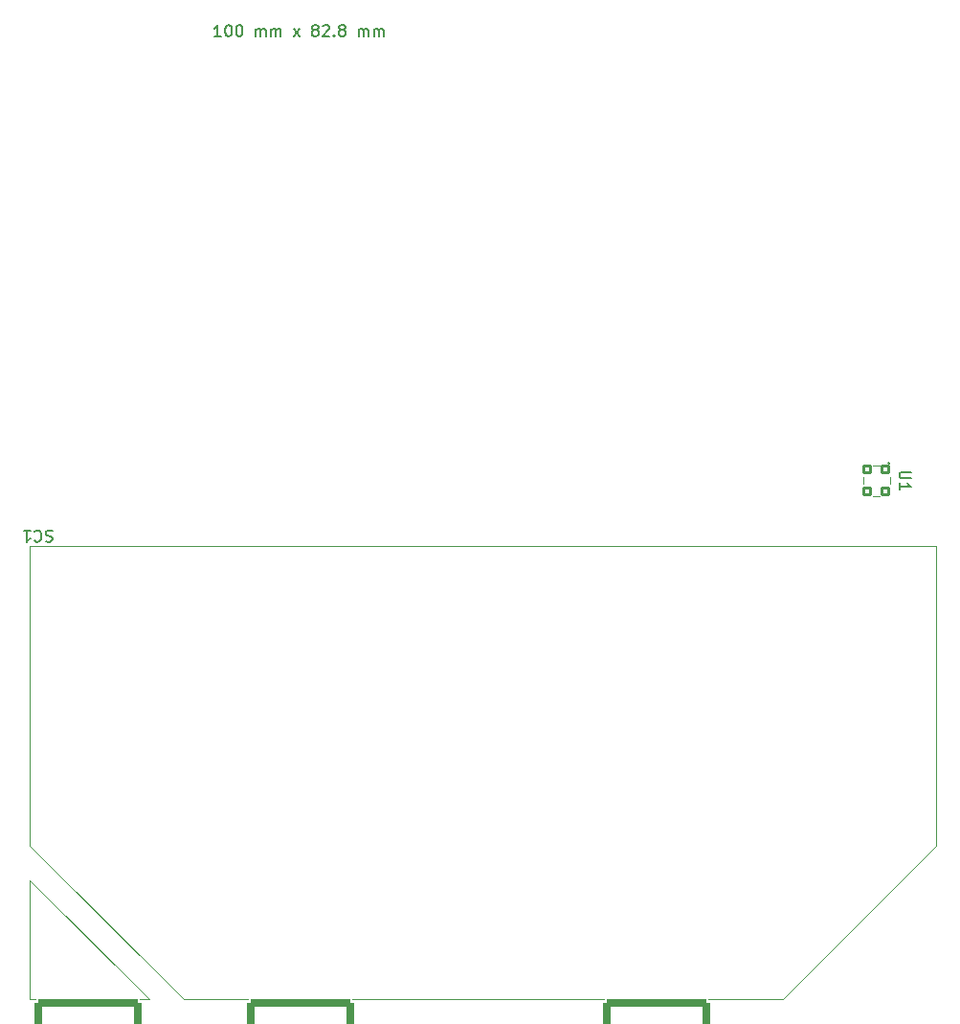
<source format=gto>
G04 #@! TF.GenerationSoftware,KiCad,Pcbnew,8.0.2*
G04 #@! TF.CreationDate,2024-08-20T08:20:47+02:00*
G04 #@! TF.ProjectId,STS1_SIDEPANEL,53545331-5f53-4494-9445-50414e454c2e,rev?*
G04 #@! TF.SameCoordinates,Original*
G04 #@! TF.FileFunction,Legend,Top*
G04 #@! TF.FilePolarity,Positive*
%FSLAX46Y46*%
G04 Gerber Fmt 4.6, Leading zero omitted, Abs format (unit mm)*
G04 Created by KiCad (PCBNEW 8.0.2) date 2024-08-20 08:20:47*
%MOMM*%
%LPD*%
G01*
G04 APERTURE LIST*
G04 Aperture macros list*
%AMRoundRect*
0 Rectangle with rounded corners*
0 $1 Rounding radius*
0 $2 $3 $4 $5 $6 $7 $8 $9 X,Y pos of 4 corners*
0 Add a 4 corners polygon primitive as box body*
4,1,4,$2,$3,$4,$5,$6,$7,$8,$9,$2,$3,0*
0 Add four circle primitives for the rounded corners*
1,1,$1+$1,$2,$3*
1,1,$1+$1,$4,$5*
1,1,$1+$1,$6,$7*
1,1,$1+$1,$8,$9*
0 Add four rect primitives between the rounded corners*
20,1,$1+$1,$2,$3,$4,$5,0*
20,1,$1+$1,$4,$5,$6,$7,0*
20,1,$1+$1,$6,$7,$8,$9,0*
20,1,$1+$1,$8,$9,$2,$3,0*%
%AMFreePoly0*
4,1,17,27.998779,14.255902,28.009846,14.246565,39.669846,2.866565,39.698571,2.811843,39.696113,2.795000,39.700000,2.795000,39.700000,-2.795000,-39.700000,-2.795000,-39.700000,2.795000,-39.695106,2.795000,-39.695106,2.825902,-39.669846,2.866565,-28.009846,14.246565,-27.954442,14.273952,-27.940000,14.275000,27.940000,14.275000,27.998779,14.255902,27.998779,14.255902,$1*%
G04 Aperture macros list end*
%ADD10C,0.150000*%
%ADD11C,0.120000*%
%ADD12C,6.000000*%
%ADD13FreePoly0,180.000000*%
%ADD14R,79.400000X20.475000*%
%ADD15RoundRect,0.350000X4.400000X3.150000X-4.400000X3.150000X-4.400000X-3.150000X4.400000X-3.150000X0*%
%ADD16O,1.350000X1.350000*%
%ADD17RoundRect,0.100000X0.300000X-0.300000X0.300000X0.300000X-0.300000X0.300000X-0.300000X-0.300000X0*%
G04 APERTURE END LIST*
D10*
X101764628Y-37630819D02*
X101193200Y-37630819D01*
X101478914Y-37630819D02*
X101478914Y-36630819D01*
X101478914Y-36630819D02*
X101383676Y-36773676D01*
X101383676Y-36773676D02*
X101288438Y-36868914D01*
X101288438Y-36868914D02*
X101193200Y-36916533D01*
X102383676Y-36630819D02*
X102478914Y-36630819D01*
X102478914Y-36630819D02*
X102574152Y-36678438D01*
X102574152Y-36678438D02*
X102621771Y-36726057D01*
X102621771Y-36726057D02*
X102669390Y-36821295D01*
X102669390Y-36821295D02*
X102717009Y-37011771D01*
X102717009Y-37011771D02*
X102717009Y-37249866D01*
X102717009Y-37249866D02*
X102669390Y-37440342D01*
X102669390Y-37440342D02*
X102621771Y-37535580D01*
X102621771Y-37535580D02*
X102574152Y-37583200D01*
X102574152Y-37583200D02*
X102478914Y-37630819D01*
X102478914Y-37630819D02*
X102383676Y-37630819D01*
X102383676Y-37630819D02*
X102288438Y-37583200D01*
X102288438Y-37583200D02*
X102240819Y-37535580D01*
X102240819Y-37535580D02*
X102193200Y-37440342D01*
X102193200Y-37440342D02*
X102145581Y-37249866D01*
X102145581Y-37249866D02*
X102145581Y-37011771D01*
X102145581Y-37011771D02*
X102193200Y-36821295D01*
X102193200Y-36821295D02*
X102240819Y-36726057D01*
X102240819Y-36726057D02*
X102288438Y-36678438D01*
X102288438Y-36678438D02*
X102383676Y-36630819D01*
X103336057Y-36630819D02*
X103431295Y-36630819D01*
X103431295Y-36630819D02*
X103526533Y-36678438D01*
X103526533Y-36678438D02*
X103574152Y-36726057D01*
X103574152Y-36726057D02*
X103621771Y-36821295D01*
X103621771Y-36821295D02*
X103669390Y-37011771D01*
X103669390Y-37011771D02*
X103669390Y-37249866D01*
X103669390Y-37249866D02*
X103621771Y-37440342D01*
X103621771Y-37440342D02*
X103574152Y-37535580D01*
X103574152Y-37535580D02*
X103526533Y-37583200D01*
X103526533Y-37583200D02*
X103431295Y-37630819D01*
X103431295Y-37630819D02*
X103336057Y-37630819D01*
X103336057Y-37630819D02*
X103240819Y-37583200D01*
X103240819Y-37583200D02*
X103193200Y-37535580D01*
X103193200Y-37535580D02*
X103145581Y-37440342D01*
X103145581Y-37440342D02*
X103097962Y-37249866D01*
X103097962Y-37249866D02*
X103097962Y-37011771D01*
X103097962Y-37011771D02*
X103145581Y-36821295D01*
X103145581Y-36821295D02*
X103193200Y-36726057D01*
X103193200Y-36726057D02*
X103240819Y-36678438D01*
X103240819Y-36678438D02*
X103336057Y-36630819D01*
X104859867Y-37630819D02*
X104859867Y-36964152D01*
X104859867Y-37059390D02*
X104907486Y-37011771D01*
X104907486Y-37011771D02*
X105002724Y-36964152D01*
X105002724Y-36964152D02*
X105145581Y-36964152D01*
X105145581Y-36964152D02*
X105240819Y-37011771D01*
X105240819Y-37011771D02*
X105288438Y-37107009D01*
X105288438Y-37107009D02*
X105288438Y-37630819D01*
X105288438Y-37107009D02*
X105336057Y-37011771D01*
X105336057Y-37011771D02*
X105431295Y-36964152D01*
X105431295Y-36964152D02*
X105574152Y-36964152D01*
X105574152Y-36964152D02*
X105669391Y-37011771D01*
X105669391Y-37011771D02*
X105717010Y-37107009D01*
X105717010Y-37107009D02*
X105717010Y-37630819D01*
X106193200Y-37630819D02*
X106193200Y-36964152D01*
X106193200Y-37059390D02*
X106240819Y-37011771D01*
X106240819Y-37011771D02*
X106336057Y-36964152D01*
X106336057Y-36964152D02*
X106478914Y-36964152D01*
X106478914Y-36964152D02*
X106574152Y-37011771D01*
X106574152Y-37011771D02*
X106621771Y-37107009D01*
X106621771Y-37107009D02*
X106621771Y-37630819D01*
X106621771Y-37107009D02*
X106669390Y-37011771D01*
X106669390Y-37011771D02*
X106764628Y-36964152D01*
X106764628Y-36964152D02*
X106907485Y-36964152D01*
X106907485Y-36964152D02*
X107002724Y-37011771D01*
X107002724Y-37011771D02*
X107050343Y-37107009D01*
X107050343Y-37107009D02*
X107050343Y-37630819D01*
X108193200Y-37630819D02*
X108717009Y-36964152D01*
X108193200Y-36964152D02*
X108717009Y-37630819D01*
X110002724Y-37059390D02*
X109907486Y-37011771D01*
X109907486Y-37011771D02*
X109859867Y-36964152D01*
X109859867Y-36964152D02*
X109812248Y-36868914D01*
X109812248Y-36868914D02*
X109812248Y-36821295D01*
X109812248Y-36821295D02*
X109859867Y-36726057D01*
X109859867Y-36726057D02*
X109907486Y-36678438D01*
X109907486Y-36678438D02*
X110002724Y-36630819D01*
X110002724Y-36630819D02*
X110193200Y-36630819D01*
X110193200Y-36630819D02*
X110288438Y-36678438D01*
X110288438Y-36678438D02*
X110336057Y-36726057D01*
X110336057Y-36726057D02*
X110383676Y-36821295D01*
X110383676Y-36821295D02*
X110383676Y-36868914D01*
X110383676Y-36868914D02*
X110336057Y-36964152D01*
X110336057Y-36964152D02*
X110288438Y-37011771D01*
X110288438Y-37011771D02*
X110193200Y-37059390D01*
X110193200Y-37059390D02*
X110002724Y-37059390D01*
X110002724Y-37059390D02*
X109907486Y-37107009D01*
X109907486Y-37107009D02*
X109859867Y-37154628D01*
X109859867Y-37154628D02*
X109812248Y-37249866D01*
X109812248Y-37249866D02*
X109812248Y-37440342D01*
X109812248Y-37440342D02*
X109859867Y-37535580D01*
X109859867Y-37535580D02*
X109907486Y-37583200D01*
X109907486Y-37583200D02*
X110002724Y-37630819D01*
X110002724Y-37630819D02*
X110193200Y-37630819D01*
X110193200Y-37630819D02*
X110288438Y-37583200D01*
X110288438Y-37583200D02*
X110336057Y-37535580D01*
X110336057Y-37535580D02*
X110383676Y-37440342D01*
X110383676Y-37440342D02*
X110383676Y-37249866D01*
X110383676Y-37249866D02*
X110336057Y-37154628D01*
X110336057Y-37154628D02*
X110288438Y-37107009D01*
X110288438Y-37107009D02*
X110193200Y-37059390D01*
X110764629Y-36726057D02*
X110812248Y-36678438D01*
X110812248Y-36678438D02*
X110907486Y-36630819D01*
X110907486Y-36630819D02*
X111145581Y-36630819D01*
X111145581Y-36630819D02*
X111240819Y-36678438D01*
X111240819Y-36678438D02*
X111288438Y-36726057D01*
X111288438Y-36726057D02*
X111336057Y-36821295D01*
X111336057Y-36821295D02*
X111336057Y-36916533D01*
X111336057Y-36916533D02*
X111288438Y-37059390D01*
X111288438Y-37059390D02*
X110717010Y-37630819D01*
X110717010Y-37630819D02*
X111336057Y-37630819D01*
X111764629Y-37535580D02*
X111812248Y-37583200D01*
X111812248Y-37583200D02*
X111764629Y-37630819D01*
X111764629Y-37630819D02*
X111717010Y-37583200D01*
X111717010Y-37583200D02*
X111764629Y-37535580D01*
X111764629Y-37535580D02*
X111764629Y-37630819D01*
X112383676Y-37059390D02*
X112288438Y-37011771D01*
X112288438Y-37011771D02*
X112240819Y-36964152D01*
X112240819Y-36964152D02*
X112193200Y-36868914D01*
X112193200Y-36868914D02*
X112193200Y-36821295D01*
X112193200Y-36821295D02*
X112240819Y-36726057D01*
X112240819Y-36726057D02*
X112288438Y-36678438D01*
X112288438Y-36678438D02*
X112383676Y-36630819D01*
X112383676Y-36630819D02*
X112574152Y-36630819D01*
X112574152Y-36630819D02*
X112669390Y-36678438D01*
X112669390Y-36678438D02*
X112717009Y-36726057D01*
X112717009Y-36726057D02*
X112764628Y-36821295D01*
X112764628Y-36821295D02*
X112764628Y-36868914D01*
X112764628Y-36868914D02*
X112717009Y-36964152D01*
X112717009Y-36964152D02*
X112669390Y-37011771D01*
X112669390Y-37011771D02*
X112574152Y-37059390D01*
X112574152Y-37059390D02*
X112383676Y-37059390D01*
X112383676Y-37059390D02*
X112288438Y-37107009D01*
X112288438Y-37107009D02*
X112240819Y-37154628D01*
X112240819Y-37154628D02*
X112193200Y-37249866D01*
X112193200Y-37249866D02*
X112193200Y-37440342D01*
X112193200Y-37440342D02*
X112240819Y-37535580D01*
X112240819Y-37535580D02*
X112288438Y-37583200D01*
X112288438Y-37583200D02*
X112383676Y-37630819D01*
X112383676Y-37630819D02*
X112574152Y-37630819D01*
X112574152Y-37630819D02*
X112669390Y-37583200D01*
X112669390Y-37583200D02*
X112717009Y-37535580D01*
X112717009Y-37535580D02*
X112764628Y-37440342D01*
X112764628Y-37440342D02*
X112764628Y-37249866D01*
X112764628Y-37249866D02*
X112717009Y-37154628D01*
X112717009Y-37154628D02*
X112669390Y-37107009D01*
X112669390Y-37107009D02*
X112574152Y-37059390D01*
X113955105Y-37630819D02*
X113955105Y-36964152D01*
X113955105Y-37059390D02*
X114002724Y-37011771D01*
X114002724Y-37011771D02*
X114097962Y-36964152D01*
X114097962Y-36964152D02*
X114240819Y-36964152D01*
X114240819Y-36964152D02*
X114336057Y-37011771D01*
X114336057Y-37011771D02*
X114383676Y-37107009D01*
X114383676Y-37107009D02*
X114383676Y-37630819D01*
X114383676Y-37107009D02*
X114431295Y-37011771D01*
X114431295Y-37011771D02*
X114526533Y-36964152D01*
X114526533Y-36964152D02*
X114669390Y-36964152D01*
X114669390Y-36964152D02*
X114764629Y-37011771D01*
X114764629Y-37011771D02*
X114812248Y-37107009D01*
X114812248Y-37107009D02*
X114812248Y-37630819D01*
X115288438Y-37630819D02*
X115288438Y-36964152D01*
X115288438Y-37059390D02*
X115336057Y-37011771D01*
X115336057Y-37011771D02*
X115431295Y-36964152D01*
X115431295Y-36964152D02*
X115574152Y-36964152D01*
X115574152Y-36964152D02*
X115669390Y-37011771D01*
X115669390Y-37011771D02*
X115717009Y-37107009D01*
X115717009Y-37107009D02*
X115717009Y-37630819D01*
X115717009Y-37107009D02*
X115764628Y-37011771D01*
X115764628Y-37011771D02*
X115859866Y-36964152D01*
X115859866Y-36964152D02*
X116002723Y-36964152D01*
X116002723Y-36964152D02*
X116097962Y-37011771D01*
X116097962Y-37011771D02*
X116145581Y-37107009D01*
X116145581Y-37107009D02*
X116145581Y-37630819D01*
X86841104Y-81347600D02*
X86698247Y-81299980D01*
X86698247Y-81299980D02*
X86460152Y-81299980D01*
X86460152Y-81299980D02*
X86364914Y-81347600D01*
X86364914Y-81347600D02*
X86317295Y-81395219D01*
X86317295Y-81395219D02*
X86269676Y-81490457D01*
X86269676Y-81490457D02*
X86269676Y-81585695D01*
X86269676Y-81585695D02*
X86317295Y-81680933D01*
X86317295Y-81680933D02*
X86364914Y-81728552D01*
X86364914Y-81728552D02*
X86460152Y-81776171D01*
X86460152Y-81776171D02*
X86650628Y-81823790D01*
X86650628Y-81823790D02*
X86745866Y-81871409D01*
X86745866Y-81871409D02*
X86793485Y-81919028D01*
X86793485Y-81919028D02*
X86841104Y-82014266D01*
X86841104Y-82014266D02*
X86841104Y-82109504D01*
X86841104Y-82109504D02*
X86793485Y-82204742D01*
X86793485Y-82204742D02*
X86745866Y-82252361D01*
X86745866Y-82252361D02*
X86650628Y-82299980D01*
X86650628Y-82299980D02*
X86412533Y-82299980D01*
X86412533Y-82299980D02*
X86269676Y-82252361D01*
X85269676Y-81395219D02*
X85317295Y-81347600D01*
X85317295Y-81347600D02*
X85460152Y-81299980D01*
X85460152Y-81299980D02*
X85555390Y-81299980D01*
X85555390Y-81299980D02*
X85698247Y-81347600D01*
X85698247Y-81347600D02*
X85793485Y-81442838D01*
X85793485Y-81442838D02*
X85841104Y-81538076D01*
X85841104Y-81538076D02*
X85888723Y-81728552D01*
X85888723Y-81728552D02*
X85888723Y-81871409D01*
X85888723Y-81871409D02*
X85841104Y-82061885D01*
X85841104Y-82061885D02*
X85793485Y-82157123D01*
X85793485Y-82157123D02*
X85698247Y-82252361D01*
X85698247Y-82252361D02*
X85555390Y-82299980D01*
X85555390Y-82299980D02*
X85460152Y-82299980D01*
X85460152Y-82299980D02*
X85317295Y-82252361D01*
X85317295Y-82252361D02*
X85269676Y-82204742D01*
X84317295Y-81299980D02*
X84888723Y-81299980D01*
X84603009Y-81299980D02*
X84603009Y-82299980D01*
X84603009Y-82299980D02*
X84698247Y-82157123D01*
X84698247Y-82157123D02*
X84793485Y-82061885D01*
X84793485Y-82061885D02*
X84888723Y-82014266D01*
X162795180Y-76128095D02*
X161985657Y-76128095D01*
X161985657Y-76128095D02*
X161890419Y-76175714D01*
X161890419Y-76175714D02*
X161842800Y-76223333D01*
X161842800Y-76223333D02*
X161795180Y-76318571D01*
X161795180Y-76318571D02*
X161795180Y-76509047D01*
X161795180Y-76509047D02*
X161842800Y-76604285D01*
X161842800Y-76604285D02*
X161890419Y-76651904D01*
X161890419Y-76651904D02*
X161985657Y-76699523D01*
X161985657Y-76699523D02*
X162795180Y-76699523D01*
X161795180Y-77699523D02*
X161795180Y-77128095D01*
X161795180Y-77413809D02*
X162795180Y-77413809D01*
X162795180Y-77413809D02*
X162652323Y-77318571D01*
X162652323Y-77318571D02*
X162557085Y-77223333D01*
X162557085Y-77223333D02*
X162509466Y-77128095D01*
D11*
X84849200Y-82709800D02*
X165049200Y-82709800D01*
X84849200Y-109209800D02*
X84849200Y-82709800D01*
X84849200Y-112209800D02*
X84849200Y-122709800D01*
X84849200Y-122709800D02*
X95449200Y-122709800D01*
X95449200Y-122709800D02*
X84849200Y-112209800D01*
X98449200Y-122709800D02*
X84849200Y-109209800D01*
X151449200Y-122709800D02*
X98449200Y-122709800D01*
X165049200Y-82709800D02*
X165049200Y-109209800D01*
X165049200Y-109209800D02*
X151449200Y-122709800D01*
X158550000Y-76590000D02*
X158550000Y-77190000D01*
X159450000Y-75540000D02*
X160050000Y-75540000D01*
X159450000Y-78240000D02*
X160050000Y-78240000D01*
X160950000Y-76590000D02*
X160950000Y-77190000D01*
X160950000Y-75390000D02*
G75*
G02*
X160750000Y-75390000I-100000J0D01*
G01*
X160750000Y-75390000D02*
G75*
G02*
X160950000Y-75390000I100000J0D01*
G01*
%LPC*%
D12*
X148949200Y-100709800D03*
D13*
X124949200Y-106314800D03*
D12*
X124949200Y-100709800D03*
D14*
X124949200Y-93282300D03*
D12*
X98949200Y-100709800D03*
D15*
X140279200Y-126209800D03*
X108819200Y-126209800D03*
X90024200Y-126204800D03*
D16*
X120500000Y-71175000D03*
X120500000Y-69175000D03*
X120500000Y-67175000D03*
X120500000Y-65175000D03*
X120500000Y-63175000D03*
X120500000Y-61175000D03*
X120500000Y-59175000D03*
X120500000Y-57175000D03*
X120500000Y-55175000D03*
X120500000Y-53175000D03*
X120500000Y-51175000D03*
X120500000Y-49175000D03*
D17*
X160550000Y-75940000D03*
X158950000Y-75940000D03*
X158950000Y-77840000D03*
X160550000Y-77840000D03*
D16*
X138309600Y-71186600D03*
X138309600Y-69186600D03*
X138309600Y-67186600D03*
X138309600Y-65186600D03*
X138309600Y-63186600D03*
X138309600Y-61186600D03*
X138309600Y-59186600D03*
X138309600Y-57186600D03*
X138309600Y-55186600D03*
X138309600Y-53186600D03*
X138309600Y-51186600D03*
X138309600Y-49186600D03*
%LPD*%
M02*

</source>
